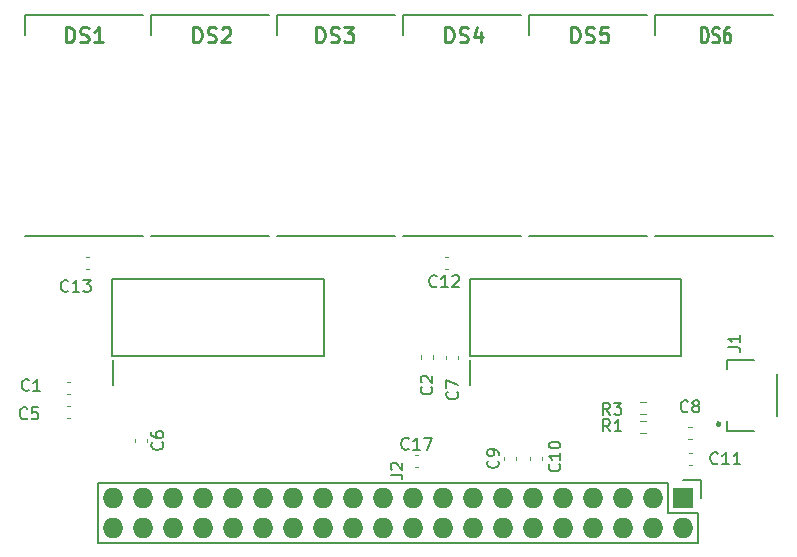
<source format=gto>
%TF.GenerationSoftware,KiCad,Pcbnew,7.0.5*%
%TF.CreationDate,2023-07-27T20:23:40+03:00*%
%TF.ProjectId,ltp_kikad,6c74705f-6b69-46b6-9164-2e6b69636164,rev?*%
%TF.SameCoordinates,Original*%
%TF.FileFunction,Legend,Top*%
%TF.FilePolarity,Positive*%
%FSLAX46Y46*%
G04 Gerber Fmt 4.6, Leading zero omitted, Abs format (unit mm)*
G04 Created by KiCad (PCBNEW 7.0.5) date 2023-07-27 20:23:40*
%MOMM*%
%LPD*%
G01*
G04 APERTURE LIST*
%ADD10C,0.250000*%
%ADD11C,0.254000*%
%ADD12C,0.150000*%
%ADD13C,0.200000*%
%ADD14C,0.120000*%
%ADD15C,0.127000*%
%ADD16C,0.300000*%
%ADD17R,1.727200X1.727200*%
%ADD18O,1.727200X1.727200*%
G04 APERTURE END LIST*
D10*
%TO.C,DS6*%
X177130614Y-65725526D02*
X177130614Y-64455526D01*
X177130614Y-64455526D02*
X177368709Y-64455526D01*
X177368709Y-64455526D02*
X177511566Y-64516002D01*
X177511566Y-64516002D02*
X177606804Y-64636954D01*
X177606804Y-64636954D02*
X177654423Y-64757907D01*
X177654423Y-64757907D02*
X177702042Y-64999811D01*
X177702042Y-64999811D02*
X177702042Y-65181240D01*
X177702042Y-65181240D02*
X177654423Y-65423145D01*
X177654423Y-65423145D02*
X177606804Y-65544097D01*
X177606804Y-65544097D02*
X177511566Y-65665050D01*
X177511566Y-65665050D02*
X177368709Y-65725526D01*
X177368709Y-65725526D02*
X177130614Y-65725526D01*
X178082995Y-65665050D02*
X178225852Y-65725526D01*
X178225852Y-65725526D02*
X178463947Y-65725526D01*
X178463947Y-65725526D02*
X178559185Y-65665050D01*
X178559185Y-65665050D02*
X178606804Y-65604573D01*
X178606804Y-65604573D02*
X178654423Y-65483621D01*
X178654423Y-65483621D02*
X178654423Y-65362669D01*
X178654423Y-65362669D02*
X178606804Y-65241716D01*
X178606804Y-65241716D02*
X178559185Y-65181240D01*
X178559185Y-65181240D02*
X178463947Y-65120764D01*
X178463947Y-65120764D02*
X178273471Y-65060288D01*
X178273471Y-65060288D02*
X178178233Y-64999811D01*
X178178233Y-64999811D02*
X178130614Y-64939335D01*
X178130614Y-64939335D02*
X178082995Y-64818383D01*
X178082995Y-64818383D02*
X178082995Y-64697430D01*
X178082995Y-64697430D02*
X178130614Y-64576478D01*
X178130614Y-64576478D02*
X178178233Y-64516002D01*
X178178233Y-64516002D02*
X178273471Y-64455526D01*
X178273471Y-64455526D02*
X178511566Y-64455526D01*
X178511566Y-64455526D02*
X178654423Y-64516002D01*
X179511566Y-64455526D02*
X179321090Y-64455526D01*
X179321090Y-64455526D02*
X179225852Y-64516002D01*
X179225852Y-64516002D02*
X179178233Y-64576478D01*
X179178233Y-64576478D02*
X179082995Y-64757907D01*
X179082995Y-64757907D02*
X179035376Y-64999811D01*
X179035376Y-64999811D02*
X179035376Y-65483621D01*
X179035376Y-65483621D02*
X179082995Y-65604573D01*
X179082995Y-65604573D02*
X179130614Y-65665050D01*
X179130614Y-65665050D02*
X179225852Y-65725526D01*
X179225852Y-65725526D02*
X179416328Y-65725526D01*
X179416328Y-65725526D02*
X179511566Y-65665050D01*
X179511566Y-65665050D02*
X179559185Y-65604573D01*
X179559185Y-65604573D02*
X179606804Y-65483621D01*
X179606804Y-65483621D02*
X179606804Y-65181240D01*
X179606804Y-65181240D02*
X179559185Y-65060288D01*
X179559185Y-65060288D02*
X179511566Y-64999811D01*
X179511566Y-64999811D02*
X179416328Y-64939335D01*
X179416328Y-64939335D02*
X179225852Y-64939335D01*
X179225852Y-64939335D02*
X179130614Y-64999811D01*
X179130614Y-64999811D02*
X179082995Y-65060288D01*
X179082995Y-65060288D02*
X179035376Y-65181240D01*
D11*
%TO.C,DS3*%
X144544756Y-65722918D02*
X144544756Y-64452918D01*
X144544756Y-64452918D02*
X144847137Y-64452918D01*
X144847137Y-64452918D02*
X145028566Y-64513394D01*
X145028566Y-64513394D02*
X145149518Y-64634346D01*
X145149518Y-64634346D02*
X145209995Y-64755299D01*
X145209995Y-64755299D02*
X145270471Y-64997203D01*
X145270471Y-64997203D02*
X145270471Y-65178632D01*
X145270471Y-65178632D02*
X145209995Y-65420537D01*
X145209995Y-65420537D02*
X145149518Y-65541489D01*
X145149518Y-65541489D02*
X145028566Y-65662442D01*
X145028566Y-65662442D02*
X144847137Y-65722918D01*
X144847137Y-65722918D02*
X144544756Y-65722918D01*
X145754280Y-65662442D02*
X145935709Y-65722918D01*
X145935709Y-65722918D02*
X146238090Y-65722918D01*
X146238090Y-65722918D02*
X146359042Y-65662442D01*
X146359042Y-65662442D02*
X146419518Y-65601965D01*
X146419518Y-65601965D02*
X146479995Y-65481013D01*
X146479995Y-65481013D02*
X146479995Y-65360061D01*
X146479995Y-65360061D02*
X146419518Y-65239108D01*
X146419518Y-65239108D02*
X146359042Y-65178632D01*
X146359042Y-65178632D02*
X146238090Y-65118156D01*
X146238090Y-65118156D02*
X145996185Y-65057680D01*
X145996185Y-65057680D02*
X145875233Y-64997203D01*
X145875233Y-64997203D02*
X145814756Y-64936727D01*
X145814756Y-64936727D02*
X145754280Y-64815775D01*
X145754280Y-64815775D02*
X145754280Y-64694822D01*
X145754280Y-64694822D02*
X145814756Y-64573870D01*
X145814756Y-64573870D02*
X145875233Y-64513394D01*
X145875233Y-64513394D02*
X145996185Y-64452918D01*
X145996185Y-64452918D02*
X146298566Y-64452918D01*
X146298566Y-64452918D02*
X146479995Y-64513394D01*
X146903328Y-64452918D02*
X147689519Y-64452918D01*
X147689519Y-64452918D02*
X147266185Y-64936727D01*
X147266185Y-64936727D02*
X147447614Y-64936727D01*
X147447614Y-64936727D02*
X147568566Y-64997203D01*
X147568566Y-64997203D02*
X147629042Y-65057680D01*
X147629042Y-65057680D02*
X147689519Y-65178632D01*
X147689519Y-65178632D02*
X147689519Y-65481013D01*
X147689519Y-65481013D02*
X147629042Y-65601965D01*
X147629042Y-65601965D02*
X147568566Y-65662442D01*
X147568566Y-65662442D02*
X147447614Y-65722918D01*
X147447614Y-65722918D02*
X147084757Y-65722918D01*
X147084757Y-65722918D02*
X146963804Y-65662442D01*
X146963804Y-65662442D02*
X146903328Y-65601965D01*
D12*
%TO.C,C11*%
X178544142Y-101359580D02*
X178496523Y-101407200D01*
X178496523Y-101407200D02*
X178353666Y-101454819D01*
X178353666Y-101454819D02*
X178258428Y-101454819D01*
X178258428Y-101454819D02*
X178115571Y-101407200D01*
X178115571Y-101407200D02*
X178020333Y-101311961D01*
X178020333Y-101311961D02*
X177972714Y-101216723D01*
X177972714Y-101216723D02*
X177925095Y-101026247D01*
X177925095Y-101026247D02*
X177925095Y-100883390D01*
X177925095Y-100883390D02*
X177972714Y-100692914D01*
X177972714Y-100692914D02*
X178020333Y-100597676D01*
X178020333Y-100597676D02*
X178115571Y-100502438D01*
X178115571Y-100502438D02*
X178258428Y-100454819D01*
X178258428Y-100454819D02*
X178353666Y-100454819D01*
X178353666Y-100454819D02*
X178496523Y-100502438D01*
X178496523Y-100502438D02*
X178544142Y-100550057D01*
X179496523Y-101454819D02*
X178925095Y-101454819D01*
X179210809Y-101454819D02*
X179210809Y-100454819D01*
X179210809Y-100454819D02*
X179115571Y-100597676D01*
X179115571Y-100597676D02*
X179020333Y-100692914D01*
X179020333Y-100692914D02*
X178925095Y-100740533D01*
X180448904Y-101454819D02*
X179877476Y-101454819D01*
X180163190Y-101454819D02*
X180163190Y-100454819D01*
X180163190Y-100454819D02*
X180067952Y-100597676D01*
X180067952Y-100597676D02*
X179972714Y-100692914D01*
X179972714Y-100692914D02*
X179877476Y-100740533D01*
%TO.C,J1*%
X179441819Y-91533333D02*
X180156104Y-91533333D01*
X180156104Y-91533333D02*
X180298961Y-91580952D01*
X180298961Y-91580952D02*
X180394200Y-91676190D01*
X180394200Y-91676190D02*
X180441819Y-91819047D01*
X180441819Y-91819047D02*
X180441819Y-91914285D01*
X180441819Y-90533333D02*
X180441819Y-91104761D01*
X180441819Y-90819047D02*
X179441819Y-90819047D01*
X179441819Y-90819047D02*
X179584676Y-90914285D01*
X179584676Y-90914285D02*
X179679914Y-91009523D01*
X179679914Y-91009523D02*
X179727533Y-91104761D01*
%TO.C,C9*%
X159916580Y-101141666D02*
X159964200Y-101189285D01*
X159964200Y-101189285D02*
X160011819Y-101332142D01*
X160011819Y-101332142D02*
X160011819Y-101427380D01*
X160011819Y-101427380D02*
X159964200Y-101570237D01*
X159964200Y-101570237D02*
X159868961Y-101665475D01*
X159868961Y-101665475D02*
X159773723Y-101713094D01*
X159773723Y-101713094D02*
X159583247Y-101760713D01*
X159583247Y-101760713D02*
X159440390Y-101760713D01*
X159440390Y-101760713D02*
X159249914Y-101713094D01*
X159249914Y-101713094D02*
X159154676Y-101665475D01*
X159154676Y-101665475D02*
X159059438Y-101570237D01*
X159059438Y-101570237D02*
X159011819Y-101427380D01*
X159011819Y-101427380D02*
X159011819Y-101332142D01*
X159011819Y-101332142D02*
X159059438Y-101189285D01*
X159059438Y-101189285D02*
X159107057Y-101141666D01*
X160011819Y-100665475D02*
X160011819Y-100474999D01*
X160011819Y-100474999D02*
X159964200Y-100379761D01*
X159964200Y-100379761D02*
X159916580Y-100332142D01*
X159916580Y-100332142D02*
X159773723Y-100236904D01*
X159773723Y-100236904D02*
X159583247Y-100189285D01*
X159583247Y-100189285D02*
X159202295Y-100189285D01*
X159202295Y-100189285D02*
X159107057Y-100236904D01*
X159107057Y-100236904D02*
X159059438Y-100284523D01*
X159059438Y-100284523D02*
X159011819Y-100379761D01*
X159011819Y-100379761D02*
X159011819Y-100570237D01*
X159011819Y-100570237D02*
X159059438Y-100665475D01*
X159059438Y-100665475D02*
X159107057Y-100713094D01*
X159107057Y-100713094D02*
X159202295Y-100760713D01*
X159202295Y-100760713D02*
X159440390Y-100760713D01*
X159440390Y-100760713D02*
X159535628Y-100713094D01*
X159535628Y-100713094D02*
X159583247Y-100665475D01*
X159583247Y-100665475D02*
X159630866Y-100570237D01*
X159630866Y-100570237D02*
X159630866Y-100379761D01*
X159630866Y-100379761D02*
X159583247Y-100284523D01*
X159583247Y-100284523D02*
X159535628Y-100236904D01*
X159535628Y-100236904D02*
X159440390Y-100189285D01*
%TO.C,C7*%
X156476580Y-95326666D02*
X156524200Y-95374285D01*
X156524200Y-95374285D02*
X156571819Y-95517142D01*
X156571819Y-95517142D02*
X156571819Y-95612380D01*
X156571819Y-95612380D02*
X156524200Y-95755237D01*
X156524200Y-95755237D02*
X156428961Y-95850475D01*
X156428961Y-95850475D02*
X156333723Y-95898094D01*
X156333723Y-95898094D02*
X156143247Y-95945713D01*
X156143247Y-95945713D02*
X156000390Y-95945713D01*
X156000390Y-95945713D02*
X155809914Y-95898094D01*
X155809914Y-95898094D02*
X155714676Y-95850475D01*
X155714676Y-95850475D02*
X155619438Y-95755237D01*
X155619438Y-95755237D02*
X155571819Y-95612380D01*
X155571819Y-95612380D02*
X155571819Y-95517142D01*
X155571819Y-95517142D02*
X155619438Y-95374285D01*
X155619438Y-95374285D02*
X155667057Y-95326666D01*
X155571819Y-94993332D02*
X155571819Y-94326666D01*
X155571819Y-94326666D02*
X156571819Y-94755237D01*
%TO.C,C5*%
X120072433Y-97549980D02*
X120024814Y-97597600D01*
X120024814Y-97597600D02*
X119881957Y-97645219D01*
X119881957Y-97645219D02*
X119786719Y-97645219D01*
X119786719Y-97645219D02*
X119643862Y-97597600D01*
X119643862Y-97597600D02*
X119548624Y-97502361D01*
X119548624Y-97502361D02*
X119501005Y-97407123D01*
X119501005Y-97407123D02*
X119453386Y-97216647D01*
X119453386Y-97216647D02*
X119453386Y-97073790D01*
X119453386Y-97073790D02*
X119501005Y-96883314D01*
X119501005Y-96883314D02*
X119548624Y-96788076D01*
X119548624Y-96788076D02*
X119643862Y-96692838D01*
X119643862Y-96692838D02*
X119786719Y-96645219D01*
X119786719Y-96645219D02*
X119881957Y-96645219D01*
X119881957Y-96645219D02*
X120024814Y-96692838D01*
X120024814Y-96692838D02*
X120072433Y-96740457D01*
X120977195Y-96645219D02*
X120501005Y-96645219D01*
X120501005Y-96645219D02*
X120453386Y-97121409D01*
X120453386Y-97121409D02*
X120501005Y-97073790D01*
X120501005Y-97073790D02*
X120596243Y-97026171D01*
X120596243Y-97026171D02*
X120834338Y-97026171D01*
X120834338Y-97026171D02*
X120929576Y-97073790D01*
X120929576Y-97073790D02*
X120977195Y-97121409D01*
X120977195Y-97121409D02*
X121024814Y-97216647D01*
X121024814Y-97216647D02*
X121024814Y-97454742D01*
X121024814Y-97454742D02*
X120977195Y-97549980D01*
X120977195Y-97549980D02*
X120929576Y-97597600D01*
X120929576Y-97597600D02*
X120834338Y-97645219D01*
X120834338Y-97645219D02*
X120596243Y-97645219D01*
X120596243Y-97645219D02*
X120501005Y-97597600D01*
X120501005Y-97597600D02*
X120453386Y-97549980D01*
%TO.C,C13*%
X123544142Y-86759580D02*
X123496523Y-86807200D01*
X123496523Y-86807200D02*
X123353666Y-86854819D01*
X123353666Y-86854819D02*
X123258428Y-86854819D01*
X123258428Y-86854819D02*
X123115571Y-86807200D01*
X123115571Y-86807200D02*
X123020333Y-86711961D01*
X123020333Y-86711961D02*
X122972714Y-86616723D01*
X122972714Y-86616723D02*
X122925095Y-86426247D01*
X122925095Y-86426247D02*
X122925095Y-86283390D01*
X122925095Y-86283390D02*
X122972714Y-86092914D01*
X122972714Y-86092914D02*
X123020333Y-85997676D01*
X123020333Y-85997676D02*
X123115571Y-85902438D01*
X123115571Y-85902438D02*
X123258428Y-85854819D01*
X123258428Y-85854819D02*
X123353666Y-85854819D01*
X123353666Y-85854819D02*
X123496523Y-85902438D01*
X123496523Y-85902438D02*
X123544142Y-85950057D01*
X124496523Y-86854819D02*
X123925095Y-86854819D01*
X124210809Y-86854819D02*
X124210809Y-85854819D01*
X124210809Y-85854819D02*
X124115571Y-85997676D01*
X124115571Y-85997676D02*
X124020333Y-86092914D01*
X124020333Y-86092914D02*
X123925095Y-86140533D01*
X124829857Y-85854819D02*
X125448904Y-85854819D01*
X125448904Y-85854819D02*
X125115571Y-86235771D01*
X125115571Y-86235771D02*
X125258428Y-86235771D01*
X125258428Y-86235771D02*
X125353666Y-86283390D01*
X125353666Y-86283390D02*
X125401285Y-86331009D01*
X125401285Y-86331009D02*
X125448904Y-86426247D01*
X125448904Y-86426247D02*
X125448904Y-86664342D01*
X125448904Y-86664342D02*
X125401285Y-86759580D01*
X125401285Y-86759580D02*
X125353666Y-86807200D01*
X125353666Y-86807200D02*
X125258428Y-86854819D01*
X125258428Y-86854819D02*
X124972714Y-86854819D01*
X124972714Y-86854819D02*
X124877476Y-86807200D01*
X124877476Y-86807200D02*
X124829857Y-86759580D01*
%TO.C,C2*%
X154283580Y-94908666D02*
X154331200Y-94956285D01*
X154331200Y-94956285D02*
X154378819Y-95099142D01*
X154378819Y-95099142D02*
X154378819Y-95194380D01*
X154378819Y-95194380D02*
X154331200Y-95337237D01*
X154331200Y-95337237D02*
X154235961Y-95432475D01*
X154235961Y-95432475D02*
X154140723Y-95480094D01*
X154140723Y-95480094D02*
X153950247Y-95527713D01*
X153950247Y-95527713D02*
X153807390Y-95527713D01*
X153807390Y-95527713D02*
X153616914Y-95480094D01*
X153616914Y-95480094D02*
X153521676Y-95432475D01*
X153521676Y-95432475D02*
X153426438Y-95337237D01*
X153426438Y-95337237D02*
X153378819Y-95194380D01*
X153378819Y-95194380D02*
X153378819Y-95099142D01*
X153378819Y-95099142D02*
X153426438Y-94956285D01*
X153426438Y-94956285D02*
X153474057Y-94908666D01*
X153474057Y-94527713D02*
X153426438Y-94480094D01*
X153426438Y-94480094D02*
X153378819Y-94384856D01*
X153378819Y-94384856D02*
X153378819Y-94146761D01*
X153378819Y-94146761D02*
X153426438Y-94051523D01*
X153426438Y-94051523D02*
X153474057Y-94003904D01*
X153474057Y-94003904D02*
X153569295Y-93956285D01*
X153569295Y-93956285D02*
X153664533Y-93956285D01*
X153664533Y-93956285D02*
X153807390Y-94003904D01*
X153807390Y-94003904D02*
X154378819Y-94575332D01*
X154378819Y-94575332D02*
X154378819Y-93956285D01*
%TO.C,R1*%
X169420333Y-98654819D02*
X169087000Y-98178628D01*
X168848905Y-98654819D02*
X168848905Y-97654819D01*
X168848905Y-97654819D02*
X169229857Y-97654819D01*
X169229857Y-97654819D02*
X169325095Y-97702438D01*
X169325095Y-97702438D02*
X169372714Y-97750057D01*
X169372714Y-97750057D02*
X169420333Y-97845295D01*
X169420333Y-97845295D02*
X169420333Y-97988152D01*
X169420333Y-97988152D02*
X169372714Y-98083390D01*
X169372714Y-98083390D02*
X169325095Y-98131009D01*
X169325095Y-98131009D02*
X169229857Y-98178628D01*
X169229857Y-98178628D02*
X168848905Y-98178628D01*
X170372714Y-98654819D02*
X169801286Y-98654819D01*
X170087000Y-98654819D02*
X170087000Y-97654819D01*
X170087000Y-97654819D02*
X169991762Y-97797676D01*
X169991762Y-97797676D02*
X169896524Y-97892914D01*
X169896524Y-97892914D02*
X169801286Y-97940533D01*
D11*
%TO.C,DS5*%
X166134756Y-65722918D02*
X166134756Y-64452918D01*
X166134756Y-64452918D02*
X166437137Y-64452918D01*
X166437137Y-64452918D02*
X166618566Y-64513394D01*
X166618566Y-64513394D02*
X166739518Y-64634346D01*
X166739518Y-64634346D02*
X166799995Y-64755299D01*
X166799995Y-64755299D02*
X166860471Y-64997203D01*
X166860471Y-64997203D02*
X166860471Y-65178632D01*
X166860471Y-65178632D02*
X166799995Y-65420537D01*
X166799995Y-65420537D02*
X166739518Y-65541489D01*
X166739518Y-65541489D02*
X166618566Y-65662442D01*
X166618566Y-65662442D02*
X166437137Y-65722918D01*
X166437137Y-65722918D02*
X166134756Y-65722918D01*
X167344280Y-65662442D02*
X167525709Y-65722918D01*
X167525709Y-65722918D02*
X167828090Y-65722918D01*
X167828090Y-65722918D02*
X167949042Y-65662442D01*
X167949042Y-65662442D02*
X168009518Y-65601965D01*
X168009518Y-65601965D02*
X168069995Y-65481013D01*
X168069995Y-65481013D02*
X168069995Y-65360061D01*
X168069995Y-65360061D02*
X168009518Y-65239108D01*
X168009518Y-65239108D02*
X167949042Y-65178632D01*
X167949042Y-65178632D02*
X167828090Y-65118156D01*
X167828090Y-65118156D02*
X167586185Y-65057680D01*
X167586185Y-65057680D02*
X167465233Y-64997203D01*
X167465233Y-64997203D02*
X167404756Y-64936727D01*
X167404756Y-64936727D02*
X167344280Y-64815775D01*
X167344280Y-64815775D02*
X167344280Y-64694822D01*
X167344280Y-64694822D02*
X167404756Y-64573870D01*
X167404756Y-64573870D02*
X167465233Y-64513394D01*
X167465233Y-64513394D02*
X167586185Y-64452918D01*
X167586185Y-64452918D02*
X167888566Y-64452918D01*
X167888566Y-64452918D02*
X168069995Y-64513394D01*
X169219042Y-64452918D02*
X168614280Y-64452918D01*
X168614280Y-64452918D02*
X168553804Y-65057680D01*
X168553804Y-65057680D02*
X168614280Y-64997203D01*
X168614280Y-64997203D02*
X168735233Y-64936727D01*
X168735233Y-64936727D02*
X169037614Y-64936727D01*
X169037614Y-64936727D02*
X169158566Y-64997203D01*
X169158566Y-64997203D02*
X169219042Y-65057680D01*
X169219042Y-65057680D02*
X169279519Y-65178632D01*
X169279519Y-65178632D02*
X169279519Y-65481013D01*
X169279519Y-65481013D02*
X169219042Y-65601965D01*
X169219042Y-65601965D02*
X169158566Y-65662442D01*
X169158566Y-65662442D02*
X169037614Y-65722918D01*
X169037614Y-65722918D02*
X168735233Y-65722918D01*
X168735233Y-65722918D02*
X168614280Y-65662442D01*
X168614280Y-65662442D02*
X168553804Y-65601965D01*
%TO.C,DS2*%
X134130756Y-65722918D02*
X134130756Y-64452918D01*
X134130756Y-64452918D02*
X134433137Y-64452918D01*
X134433137Y-64452918D02*
X134614566Y-64513394D01*
X134614566Y-64513394D02*
X134735518Y-64634346D01*
X134735518Y-64634346D02*
X134795995Y-64755299D01*
X134795995Y-64755299D02*
X134856471Y-64997203D01*
X134856471Y-64997203D02*
X134856471Y-65178632D01*
X134856471Y-65178632D02*
X134795995Y-65420537D01*
X134795995Y-65420537D02*
X134735518Y-65541489D01*
X134735518Y-65541489D02*
X134614566Y-65662442D01*
X134614566Y-65662442D02*
X134433137Y-65722918D01*
X134433137Y-65722918D02*
X134130756Y-65722918D01*
X135340280Y-65662442D02*
X135521709Y-65722918D01*
X135521709Y-65722918D02*
X135824090Y-65722918D01*
X135824090Y-65722918D02*
X135945042Y-65662442D01*
X135945042Y-65662442D02*
X136005518Y-65601965D01*
X136005518Y-65601965D02*
X136065995Y-65481013D01*
X136065995Y-65481013D02*
X136065995Y-65360061D01*
X136065995Y-65360061D02*
X136005518Y-65239108D01*
X136005518Y-65239108D02*
X135945042Y-65178632D01*
X135945042Y-65178632D02*
X135824090Y-65118156D01*
X135824090Y-65118156D02*
X135582185Y-65057680D01*
X135582185Y-65057680D02*
X135461233Y-64997203D01*
X135461233Y-64997203D02*
X135400756Y-64936727D01*
X135400756Y-64936727D02*
X135340280Y-64815775D01*
X135340280Y-64815775D02*
X135340280Y-64694822D01*
X135340280Y-64694822D02*
X135400756Y-64573870D01*
X135400756Y-64573870D02*
X135461233Y-64513394D01*
X135461233Y-64513394D02*
X135582185Y-64452918D01*
X135582185Y-64452918D02*
X135884566Y-64452918D01*
X135884566Y-64452918D02*
X136065995Y-64513394D01*
X136549804Y-64573870D02*
X136610280Y-64513394D01*
X136610280Y-64513394D02*
X136731233Y-64452918D01*
X136731233Y-64452918D02*
X137033614Y-64452918D01*
X137033614Y-64452918D02*
X137154566Y-64513394D01*
X137154566Y-64513394D02*
X137215042Y-64573870D01*
X137215042Y-64573870D02*
X137275519Y-64694822D01*
X137275519Y-64694822D02*
X137275519Y-64815775D01*
X137275519Y-64815775D02*
X137215042Y-64997203D01*
X137215042Y-64997203D02*
X136489328Y-65722918D01*
X136489328Y-65722918D02*
X137275519Y-65722918D01*
%TO.C,DS1*%
X123335756Y-65722918D02*
X123335756Y-64452918D01*
X123335756Y-64452918D02*
X123638137Y-64452918D01*
X123638137Y-64452918D02*
X123819566Y-64513394D01*
X123819566Y-64513394D02*
X123940518Y-64634346D01*
X123940518Y-64634346D02*
X124000995Y-64755299D01*
X124000995Y-64755299D02*
X124061471Y-64997203D01*
X124061471Y-64997203D02*
X124061471Y-65178632D01*
X124061471Y-65178632D02*
X124000995Y-65420537D01*
X124000995Y-65420537D02*
X123940518Y-65541489D01*
X123940518Y-65541489D02*
X123819566Y-65662442D01*
X123819566Y-65662442D02*
X123638137Y-65722918D01*
X123638137Y-65722918D02*
X123335756Y-65722918D01*
X124545280Y-65662442D02*
X124726709Y-65722918D01*
X124726709Y-65722918D02*
X125029090Y-65722918D01*
X125029090Y-65722918D02*
X125150042Y-65662442D01*
X125150042Y-65662442D02*
X125210518Y-65601965D01*
X125210518Y-65601965D02*
X125270995Y-65481013D01*
X125270995Y-65481013D02*
X125270995Y-65360061D01*
X125270995Y-65360061D02*
X125210518Y-65239108D01*
X125210518Y-65239108D02*
X125150042Y-65178632D01*
X125150042Y-65178632D02*
X125029090Y-65118156D01*
X125029090Y-65118156D02*
X124787185Y-65057680D01*
X124787185Y-65057680D02*
X124666233Y-64997203D01*
X124666233Y-64997203D02*
X124605756Y-64936727D01*
X124605756Y-64936727D02*
X124545280Y-64815775D01*
X124545280Y-64815775D02*
X124545280Y-64694822D01*
X124545280Y-64694822D02*
X124605756Y-64573870D01*
X124605756Y-64573870D02*
X124666233Y-64513394D01*
X124666233Y-64513394D02*
X124787185Y-64452918D01*
X124787185Y-64452918D02*
X125089566Y-64452918D01*
X125089566Y-64452918D02*
X125270995Y-64513394D01*
X126480519Y-65722918D02*
X125754804Y-65722918D01*
X126117661Y-65722918D02*
X126117661Y-64452918D01*
X126117661Y-64452918D02*
X125996709Y-64634346D01*
X125996709Y-64634346D02*
X125875757Y-64755299D01*
X125875757Y-64755299D02*
X125754804Y-64815775D01*
D12*
%TO.C,C1*%
X120220333Y-95159580D02*
X120172714Y-95207200D01*
X120172714Y-95207200D02*
X120029857Y-95254819D01*
X120029857Y-95254819D02*
X119934619Y-95254819D01*
X119934619Y-95254819D02*
X119791762Y-95207200D01*
X119791762Y-95207200D02*
X119696524Y-95111961D01*
X119696524Y-95111961D02*
X119648905Y-95016723D01*
X119648905Y-95016723D02*
X119601286Y-94826247D01*
X119601286Y-94826247D02*
X119601286Y-94683390D01*
X119601286Y-94683390D02*
X119648905Y-94492914D01*
X119648905Y-94492914D02*
X119696524Y-94397676D01*
X119696524Y-94397676D02*
X119791762Y-94302438D01*
X119791762Y-94302438D02*
X119934619Y-94254819D01*
X119934619Y-94254819D02*
X120029857Y-94254819D01*
X120029857Y-94254819D02*
X120172714Y-94302438D01*
X120172714Y-94302438D02*
X120220333Y-94350057D01*
X121172714Y-95254819D02*
X120601286Y-95254819D01*
X120887000Y-95254819D02*
X120887000Y-94254819D01*
X120887000Y-94254819D02*
X120791762Y-94397676D01*
X120791762Y-94397676D02*
X120696524Y-94492914D01*
X120696524Y-94492914D02*
X120601286Y-94540533D01*
%TO.C,J2*%
X150841819Y-102333333D02*
X151556104Y-102333333D01*
X151556104Y-102333333D02*
X151698961Y-102380952D01*
X151698961Y-102380952D02*
X151794200Y-102476190D01*
X151794200Y-102476190D02*
X151841819Y-102619047D01*
X151841819Y-102619047D02*
X151841819Y-102714285D01*
X150937057Y-101904761D02*
X150889438Y-101857142D01*
X150889438Y-101857142D02*
X150841819Y-101761904D01*
X150841819Y-101761904D02*
X150841819Y-101523809D01*
X150841819Y-101523809D02*
X150889438Y-101428571D01*
X150889438Y-101428571D02*
X150937057Y-101380952D01*
X150937057Y-101380952D02*
X151032295Y-101333333D01*
X151032295Y-101333333D02*
X151127533Y-101333333D01*
X151127533Y-101333333D02*
X151270390Y-101380952D01*
X151270390Y-101380952D02*
X151841819Y-101952380D01*
X151841819Y-101952380D02*
X151841819Y-101333333D01*
%TO.C,C17*%
X152369142Y-100129580D02*
X152321523Y-100177200D01*
X152321523Y-100177200D02*
X152178666Y-100224819D01*
X152178666Y-100224819D02*
X152083428Y-100224819D01*
X152083428Y-100224819D02*
X151940571Y-100177200D01*
X151940571Y-100177200D02*
X151845333Y-100081961D01*
X151845333Y-100081961D02*
X151797714Y-99986723D01*
X151797714Y-99986723D02*
X151750095Y-99796247D01*
X151750095Y-99796247D02*
X151750095Y-99653390D01*
X151750095Y-99653390D02*
X151797714Y-99462914D01*
X151797714Y-99462914D02*
X151845333Y-99367676D01*
X151845333Y-99367676D02*
X151940571Y-99272438D01*
X151940571Y-99272438D02*
X152083428Y-99224819D01*
X152083428Y-99224819D02*
X152178666Y-99224819D01*
X152178666Y-99224819D02*
X152321523Y-99272438D01*
X152321523Y-99272438D02*
X152369142Y-99320057D01*
X153321523Y-100224819D02*
X152750095Y-100224819D01*
X153035809Y-100224819D02*
X153035809Y-99224819D01*
X153035809Y-99224819D02*
X152940571Y-99367676D01*
X152940571Y-99367676D02*
X152845333Y-99462914D01*
X152845333Y-99462914D02*
X152750095Y-99510533D01*
X153654857Y-99224819D02*
X154321523Y-99224819D01*
X154321523Y-99224819D02*
X153892952Y-100224819D01*
%TO.C,C6*%
X131493480Y-99605266D02*
X131541100Y-99652885D01*
X131541100Y-99652885D02*
X131588719Y-99795742D01*
X131588719Y-99795742D02*
X131588719Y-99890980D01*
X131588719Y-99890980D02*
X131541100Y-100033837D01*
X131541100Y-100033837D02*
X131445861Y-100129075D01*
X131445861Y-100129075D02*
X131350623Y-100176694D01*
X131350623Y-100176694D02*
X131160147Y-100224313D01*
X131160147Y-100224313D02*
X131017290Y-100224313D01*
X131017290Y-100224313D02*
X130826814Y-100176694D01*
X130826814Y-100176694D02*
X130731576Y-100129075D01*
X130731576Y-100129075D02*
X130636338Y-100033837D01*
X130636338Y-100033837D02*
X130588719Y-99890980D01*
X130588719Y-99890980D02*
X130588719Y-99795742D01*
X130588719Y-99795742D02*
X130636338Y-99652885D01*
X130636338Y-99652885D02*
X130683957Y-99605266D01*
X130588719Y-98748123D02*
X130588719Y-98938599D01*
X130588719Y-98938599D02*
X130636338Y-99033837D01*
X130636338Y-99033837D02*
X130683957Y-99081456D01*
X130683957Y-99081456D02*
X130826814Y-99176694D01*
X130826814Y-99176694D02*
X131017290Y-99224313D01*
X131017290Y-99224313D02*
X131398242Y-99224313D01*
X131398242Y-99224313D02*
X131493480Y-99176694D01*
X131493480Y-99176694D02*
X131541100Y-99129075D01*
X131541100Y-99129075D02*
X131588719Y-99033837D01*
X131588719Y-99033837D02*
X131588719Y-98843361D01*
X131588719Y-98843361D02*
X131541100Y-98748123D01*
X131541100Y-98748123D02*
X131493480Y-98700504D01*
X131493480Y-98700504D02*
X131398242Y-98652885D01*
X131398242Y-98652885D02*
X131160147Y-98652885D01*
X131160147Y-98652885D02*
X131064909Y-98700504D01*
X131064909Y-98700504D02*
X131017290Y-98748123D01*
X131017290Y-98748123D02*
X130969671Y-98843361D01*
X130969671Y-98843361D02*
X130969671Y-99033837D01*
X130969671Y-99033837D02*
X131017290Y-99129075D01*
X131017290Y-99129075D02*
X131064909Y-99176694D01*
X131064909Y-99176694D02*
X131160147Y-99224313D01*
%TO.C,C8*%
X176020333Y-96959580D02*
X175972714Y-97007200D01*
X175972714Y-97007200D02*
X175829857Y-97054819D01*
X175829857Y-97054819D02*
X175734619Y-97054819D01*
X175734619Y-97054819D02*
X175591762Y-97007200D01*
X175591762Y-97007200D02*
X175496524Y-96911961D01*
X175496524Y-96911961D02*
X175448905Y-96816723D01*
X175448905Y-96816723D02*
X175401286Y-96626247D01*
X175401286Y-96626247D02*
X175401286Y-96483390D01*
X175401286Y-96483390D02*
X175448905Y-96292914D01*
X175448905Y-96292914D02*
X175496524Y-96197676D01*
X175496524Y-96197676D02*
X175591762Y-96102438D01*
X175591762Y-96102438D02*
X175734619Y-96054819D01*
X175734619Y-96054819D02*
X175829857Y-96054819D01*
X175829857Y-96054819D02*
X175972714Y-96102438D01*
X175972714Y-96102438D02*
X176020333Y-96150057D01*
X176591762Y-96483390D02*
X176496524Y-96435771D01*
X176496524Y-96435771D02*
X176448905Y-96388152D01*
X176448905Y-96388152D02*
X176401286Y-96292914D01*
X176401286Y-96292914D02*
X176401286Y-96245295D01*
X176401286Y-96245295D02*
X176448905Y-96150057D01*
X176448905Y-96150057D02*
X176496524Y-96102438D01*
X176496524Y-96102438D02*
X176591762Y-96054819D01*
X176591762Y-96054819D02*
X176782238Y-96054819D01*
X176782238Y-96054819D02*
X176877476Y-96102438D01*
X176877476Y-96102438D02*
X176925095Y-96150057D01*
X176925095Y-96150057D02*
X176972714Y-96245295D01*
X176972714Y-96245295D02*
X176972714Y-96292914D01*
X176972714Y-96292914D02*
X176925095Y-96388152D01*
X176925095Y-96388152D02*
X176877476Y-96435771D01*
X176877476Y-96435771D02*
X176782238Y-96483390D01*
X176782238Y-96483390D02*
X176591762Y-96483390D01*
X176591762Y-96483390D02*
X176496524Y-96531009D01*
X176496524Y-96531009D02*
X176448905Y-96578628D01*
X176448905Y-96578628D02*
X176401286Y-96673866D01*
X176401286Y-96673866D02*
X176401286Y-96864342D01*
X176401286Y-96864342D02*
X176448905Y-96959580D01*
X176448905Y-96959580D02*
X176496524Y-97007200D01*
X176496524Y-97007200D02*
X176591762Y-97054819D01*
X176591762Y-97054819D02*
X176782238Y-97054819D01*
X176782238Y-97054819D02*
X176877476Y-97007200D01*
X176877476Y-97007200D02*
X176925095Y-96959580D01*
X176925095Y-96959580D02*
X176972714Y-96864342D01*
X176972714Y-96864342D02*
X176972714Y-96673866D01*
X176972714Y-96673866D02*
X176925095Y-96578628D01*
X176925095Y-96578628D02*
X176877476Y-96531009D01*
X176877476Y-96531009D02*
X176782238Y-96483390D01*
D11*
%TO.C,DS4*%
X155466756Y-65722918D02*
X155466756Y-64452918D01*
X155466756Y-64452918D02*
X155769137Y-64452918D01*
X155769137Y-64452918D02*
X155950566Y-64513394D01*
X155950566Y-64513394D02*
X156071518Y-64634346D01*
X156071518Y-64634346D02*
X156131995Y-64755299D01*
X156131995Y-64755299D02*
X156192471Y-64997203D01*
X156192471Y-64997203D02*
X156192471Y-65178632D01*
X156192471Y-65178632D02*
X156131995Y-65420537D01*
X156131995Y-65420537D02*
X156071518Y-65541489D01*
X156071518Y-65541489D02*
X155950566Y-65662442D01*
X155950566Y-65662442D02*
X155769137Y-65722918D01*
X155769137Y-65722918D02*
X155466756Y-65722918D01*
X156676280Y-65662442D02*
X156857709Y-65722918D01*
X156857709Y-65722918D02*
X157160090Y-65722918D01*
X157160090Y-65722918D02*
X157281042Y-65662442D01*
X157281042Y-65662442D02*
X157341518Y-65601965D01*
X157341518Y-65601965D02*
X157401995Y-65481013D01*
X157401995Y-65481013D02*
X157401995Y-65360061D01*
X157401995Y-65360061D02*
X157341518Y-65239108D01*
X157341518Y-65239108D02*
X157281042Y-65178632D01*
X157281042Y-65178632D02*
X157160090Y-65118156D01*
X157160090Y-65118156D02*
X156918185Y-65057680D01*
X156918185Y-65057680D02*
X156797233Y-64997203D01*
X156797233Y-64997203D02*
X156736756Y-64936727D01*
X156736756Y-64936727D02*
X156676280Y-64815775D01*
X156676280Y-64815775D02*
X156676280Y-64694822D01*
X156676280Y-64694822D02*
X156736756Y-64573870D01*
X156736756Y-64573870D02*
X156797233Y-64513394D01*
X156797233Y-64513394D02*
X156918185Y-64452918D01*
X156918185Y-64452918D02*
X157220566Y-64452918D01*
X157220566Y-64452918D02*
X157401995Y-64513394D01*
X158490566Y-64876251D02*
X158490566Y-65722918D01*
X158188185Y-64392442D02*
X157885804Y-65299584D01*
X157885804Y-65299584D02*
X158671995Y-65299584D01*
D12*
%TO.C,C12*%
X154744142Y-86359580D02*
X154696523Y-86407200D01*
X154696523Y-86407200D02*
X154553666Y-86454819D01*
X154553666Y-86454819D02*
X154458428Y-86454819D01*
X154458428Y-86454819D02*
X154315571Y-86407200D01*
X154315571Y-86407200D02*
X154220333Y-86311961D01*
X154220333Y-86311961D02*
X154172714Y-86216723D01*
X154172714Y-86216723D02*
X154125095Y-86026247D01*
X154125095Y-86026247D02*
X154125095Y-85883390D01*
X154125095Y-85883390D02*
X154172714Y-85692914D01*
X154172714Y-85692914D02*
X154220333Y-85597676D01*
X154220333Y-85597676D02*
X154315571Y-85502438D01*
X154315571Y-85502438D02*
X154458428Y-85454819D01*
X154458428Y-85454819D02*
X154553666Y-85454819D01*
X154553666Y-85454819D02*
X154696523Y-85502438D01*
X154696523Y-85502438D02*
X154744142Y-85550057D01*
X155696523Y-86454819D02*
X155125095Y-86454819D01*
X155410809Y-86454819D02*
X155410809Y-85454819D01*
X155410809Y-85454819D02*
X155315571Y-85597676D01*
X155315571Y-85597676D02*
X155220333Y-85692914D01*
X155220333Y-85692914D02*
X155125095Y-85740533D01*
X156077476Y-85550057D02*
X156125095Y-85502438D01*
X156125095Y-85502438D02*
X156220333Y-85454819D01*
X156220333Y-85454819D02*
X156458428Y-85454819D01*
X156458428Y-85454819D02*
X156553666Y-85502438D01*
X156553666Y-85502438D02*
X156601285Y-85550057D01*
X156601285Y-85550057D02*
X156648904Y-85645295D01*
X156648904Y-85645295D02*
X156648904Y-85740533D01*
X156648904Y-85740533D02*
X156601285Y-85883390D01*
X156601285Y-85883390D02*
X156029857Y-86454819D01*
X156029857Y-86454819D02*
X156648904Y-86454819D01*
%TO.C,R3*%
X169420333Y-97254819D02*
X169087000Y-96778628D01*
X168848905Y-97254819D02*
X168848905Y-96254819D01*
X168848905Y-96254819D02*
X169229857Y-96254819D01*
X169229857Y-96254819D02*
X169325095Y-96302438D01*
X169325095Y-96302438D02*
X169372714Y-96350057D01*
X169372714Y-96350057D02*
X169420333Y-96445295D01*
X169420333Y-96445295D02*
X169420333Y-96588152D01*
X169420333Y-96588152D02*
X169372714Y-96683390D01*
X169372714Y-96683390D02*
X169325095Y-96731009D01*
X169325095Y-96731009D02*
X169229857Y-96778628D01*
X169229857Y-96778628D02*
X168848905Y-96778628D01*
X169753667Y-96254819D02*
X170372714Y-96254819D01*
X170372714Y-96254819D02*
X170039381Y-96635771D01*
X170039381Y-96635771D02*
X170182238Y-96635771D01*
X170182238Y-96635771D02*
X170277476Y-96683390D01*
X170277476Y-96683390D02*
X170325095Y-96731009D01*
X170325095Y-96731009D02*
X170372714Y-96826247D01*
X170372714Y-96826247D02*
X170372714Y-97064342D01*
X170372714Y-97064342D02*
X170325095Y-97159580D01*
X170325095Y-97159580D02*
X170277476Y-97207200D01*
X170277476Y-97207200D02*
X170182238Y-97254819D01*
X170182238Y-97254819D02*
X169896524Y-97254819D01*
X169896524Y-97254819D02*
X169801286Y-97207200D01*
X169801286Y-97207200D02*
X169753667Y-97159580D01*
%TO.C,C10*%
X165121580Y-101442857D02*
X165169200Y-101490476D01*
X165169200Y-101490476D02*
X165216819Y-101633333D01*
X165216819Y-101633333D02*
X165216819Y-101728571D01*
X165216819Y-101728571D02*
X165169200Y-101871428D01*
X165169200Y-101871428D02*
X165073961Y-101966666D01*
X165073961Y-101966666D02*
X164978723Y-102014285D01*
X164978723Y-102014285D02*
X164788247Y-102061904D01*
X164788247Y-102061904D02*
X164645390Y-102061904D01*
X164645390Y-102061904D02*
X164454914Y-102014285D01*
X164454914Y-102014285D02*
X164359676Y-101966666D01*
X164359676Y-101966666D02*
X164264438Y-101871428D01*
X164264438Y-101871428D02*
X164216819Y-101728571D01*
X164216819Y-101728571D02*
X164216819Y-101633333D01*
X164216819Y-101633333D02*
X164264438Y-101490476D01*
X164264438Y-101490476D02*
X164312057Y-101442857D01*
X165216819Y-100490476D02*
X165216819Y-101061904D01*
X165216819Y-100776190D02*
X164216819Y-100776190D01*
X164216819Y-100776190D02*
X164359676Y-100871428D01*
X164359676Y-100871428D02*
X164454914Y-100966666D01*
X164454914Y-100966666D02*
X164502533Y-101061904D01*
X164216819Y-99871428D02*
X164216819Y-99776190D01*
X164216819Y-99776190D02*
X164264438Y-99680952D01*
X164264438Y-99680952D02*
X164312057Y-99633333D01*
X164312057Y-99633333D02*
X164407295Y-99585714D01*
X164407295Y-99585714D02*
X164597771Y-99538095D01*
X164597771Y-99538095D02*
X164835866Y-99538095D01*
X164835866Y-99538095D02*
X165026342Y-99585714D01*
X165026342Y-99585714D02*
X165121580Y-99633333D01*
X165121580Y-99633333D02*
X165169200Y-99680952D01*
X165169200Y-99680952D02*
X165216819Y-99776190D01*
X165216819Y-99776190D02*
X165216819Y-99871428D01*
X165216819Y-99871428D02*
X165169200Y-99966666D01*
X165169200Y-99966666D02*
X165121580Y-100014285D01*
X165121580Y-100014285D02*
X165026342Y-100061904D01*
X165026342Y-100061904D02*
X164835866Y-100109523D01*
X164835866Y-100109523D02*
X164597771Y-100109523D01*
X164597771Y-100109523D02*
X164407295Y-100061904D01*
X164407295Y-100061904D02*
X164312057Y-100014285D01*
X164312057Y-100014285D02*
X164264438Y-99966666D01*
X164264438Y-99966666D02*
X164216819Y-99871428D01*
D13*
%TO.C,DS6*%
X173192900Y-63396000D02*
X173192900Y-65151000D01*
X173192900Y-82146000D02*
X183242900Y-82146000D01*
X183242900Y-63396000D02*
X173192900Y-63396000D01*
%TO.C,DS3*%
X141188900Y-63393600D02*
X141188900Y-65148600D01*
X141188900Y-82143600D02*
X151238900Y-82143600D01*
X151238900Y-63393600D02*
X141188900Y-63393600D01*
D14*
%TO.C,C11*%
X176071420Y-100490000D02*
X176352580Y-100490000D01*
X176071420Y-101510000D02*
X176352580Y-101510000D01*
D15*
%TO.C,J1*%
X179312000Y-98600000D02*
X181587000Y-98600000D01*
X179312000Y-97800000D02*
X179312000Y-98600000D01*
X183562000Y-97400000D02*
X183562000Y-93800000D01*
X179312000Y-93400000D02*
X179312000Y-92600000D01*
X179312000Y-92600000D02*
X181587000Y-92600000D01*
D16*
X178702000Y-98050000D02*
G75*
G03*
X178702000Y-98050000I-100000J0D01*
G01*
D14*
%TO.C,C9*%
X160477000Y-101115580D02*
X160477000Y-100834420D01*
X161497000Y-101115580D02*
X161497000Y-100834420D01*
%TO.C,C7*%
X156547000Y-92249420D02*
X156547000Y-92530580D01*
X155527000Y-92249420D02*
X155527000Y-92530580D01*
%TO.C,C5*%
X123727580Y-97510000D02*
X123446420Y-97510000D01*
X123727580Y-96490000D02*
X123446420Y-96490000D01*
%TO.C,C13*%
X125327580Y-84910000D02*
X125046420Y-84910000D01*
X125327580Y-83890000D02*
X125046420Y-83890000D01*
D13*
%TO.C,IC1*%
X127313900Y-94711600D02*
X127313900Y-92611600D01*
X127291900Y-92261600D02*
X127291900Y-85761600D01*
X145195900Y-92261600D02*
X127291900Y-92261600D01*
X127291900Y-85761600D02*
X145195900Y-85761600D01*
X145195900Y-85761600D02*
X145195900Y-92261600D01*
D14*
%TO.C,C2*%
X154423900Y-92221020D02*
X154423900Y-92502180D01*
X153403900Y-92221020D02*
X153403900Y-92502180D01*
%TO.C,R1*%
X171932276Y-97777500D02*
X172441724Y-97777500D01*
X171932276Y-98822500D02*
X172441724Y-98822500D01*
D13*
%TO.C,DS5*%
X162524900Y-63393600D02*
X162524900Y-65148600D01*
X162524900Y-82143600D02*
X172574900Y-82143600D01*
X172574900Y-63393600D02*
X162524900Y-63393600D01*
%TO.C,DS2*%
X130520900Y-63393600D02*
X130520900Y-65148600D01*
X130520900Y-82143600D02*
X140570900Y-82143600D01*
X140570900Y-63393600D02*
X130520900Y-63393600D01*
%TO.C,DS1*%
X119852900Y-63393600D02*
X119852900Y-65148600D01*
X119852900Y-82143600D02*
X129902900Y-82143600D01*
X129902900Y-63393600D02*
X119852900Y-63393600D01*
D14*
%TO.C,C1*%
X123446420Y-94490000D02*
X123727580Y-94490000D01*
X123446420Y-95510000D02*
X123727580Y-95510000D01*
D12*
%TO.C,J2*%
X177130000Y-102750000D02*
X175580000Y-102750000D01*
X174310000Y-103030000D02*
X126050000Y-103030000D01*
X177130000Y-104300000D02*
X177130000Y-102750000D01*
X176850000Y-105570000D02*
X174310000Y-105570000D01*
X174310000Y-105570000D02*
X174310000Y-103030000D01*
X176850000Y-108110000D02*
X176850000Y-105570000D01*
X126050000Y-108110000D02*
X126050000Y-103030000D01*
X126050000Y-108110000D02*
X176850000Y-108110000D01*
D14*
%TO.C,C17*%
X152871420Y-100690000D02*
X153152580Y-100690000D01*
X152871420Y-101710000D02*
X153152580Y-101710000D01*
%TO.C,C6*%
X130213900Y-99298020D02*
X130213900Y-99579180D01*
X129193900Y-99298020D02*
X129193900Y-99579180D01*
%TO.C,C8*%
X176046420Y-98290000D02*
X176327580Y-98290000D01*
X176046420Y-99310000D02*
X176327580Y-99310000D01*
D13*
%TO.C,DS4*%
X151856900Y-63393600D02*
X151856900Y-65148600D01*
X151856900Y-82143600D02*
X161906900Y-82143600D01*
X161906900Y-63393600D02*
X151856900Y-63393600D01*
D14*
%TO.C,C12*%
X155727580Y-84910000D02*
X155446420Y-84910000D01*
X155727580Y-83890000D02*
X155446420Y-83890000D01*
%TO.C,R3*%
X171932276Y-96177500D02*
X172441724Y-96177500D01*
X171932276Y-97222500D02*
X172441724Y-97222500D01*
D13*
%TO.C,IC2*%
X157583900Y-94711600D02*
X157583900Y-92611600D01*
X157561900Y-92261600D02*
X157561900Y-85761600D01*
X175465900Y-92261600D02*
X157561900Y-92261600D01*
X157561900Y-85761600D02*
X175465900Y-85761600D01*
X175465900Y-85761600D02*
X175465900Y-92261600D01*
D14*
%TO.C,C10*%
X162677000Y-101115580D02*
X162677000Y-100834420D01*
X163697000Y-101115580D02*
X163697000Y-100834420D01*
%TD*%
D17*
%TO.C,J2*%
X175580000Y-104300000D03*
D18*
X175580000Y-106840000D03*
X173040000Y-104300000D03*
X173040000Y-106840000D03*
X170500000Y-104300000D03*
X170500000Y-106840000D03*
X167960000Y-104300000D03*
X167960000Y-106840000D03*
X165420000Y-104300000D03*
X165420000Y-106840000D03*
X162880000Y-104300000D03*
X162880000Y-106840000D03*
X160340000Y-104300000D03*
X160340000Y-106840000D03*
X157800000Y-104300000D03*
X157800000Y-106840000D03*
X155260000Y-104300000D03*
X155260000Y-106840000D03*
X152720000Y-104300000D03*
X152720000Y-106840000D03*
X150180000Y-104300000D03*
X150180000Y-106840000D03*
X147640000Y-104300000D03*
X147640000Y-106840000D03*
X145100000Y-104300000D03*
X145100000Y-106840000D03*
X142560000Y-104300000D03*
X142560000Y-106840000D03*
X140020000Y-104300000D03*
X140020000Y-106840000D03*
X137480000Y-104300000D03*
X137480000Y-106840000D03*
X134940000Y-104300000D03*
X134940000Y-106840000D03*
X132400000Y-104300000D03*
X132400000Y-106840000D03*
X129860000Y-104300000D03*
X129860000Y-106840000D03*
X127320000Y-104300000D03*
X127320000Y-106840000D03*
%TD*%
M02*

</source>
